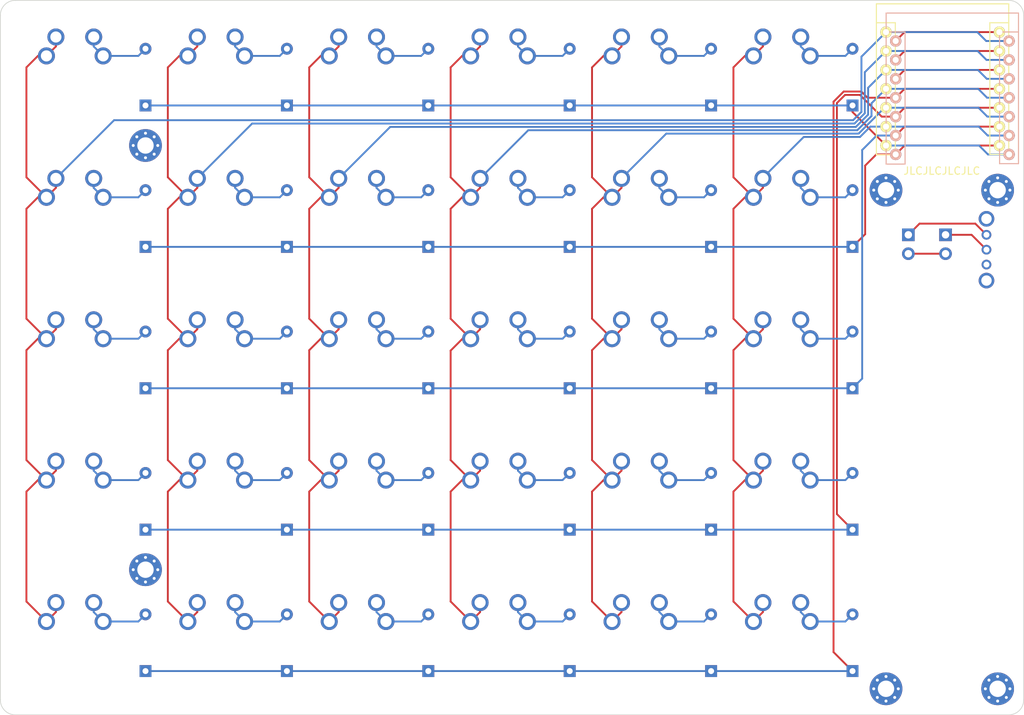
<source format=kicad_pcb>
(kicad_pcb (version 20221018) (generator pcbnew)
  (layers (0 "F.Cu" signal) (31 "B.Cu" signal) (34 "B.Paste" user) (35 "F.Paste" user) (36 "B.SilkS" user "B.Silkscreen") (37 "F.SilkS" user "F.Silkscreen") (38 "B.Mask" user) (39 "F.Mask" user) (44 "Edge.Cuts" user))
  (net 0 "")
  (net 1 "unconnected-(U1-5V-Pad14)")
  (net 2 "Net-(D1-A)")
  (net 3 "COL1")
  (net 4 "COL2")
  (net 5 "COL3")
  (net 6 "COL4")
  (net 7 "COL5")
  (net 8 "COL6")
  (net 9 "ROW1")
  (net 10 "Net-(D2-A)")
  (net 11 "Net-(D3-A)")
  (net 12 "Net-(D4-A)")
  (net 13 "Net-(D5-A)")
  (net 14 "Net-(D6-A)")
  (net 15 "ROW2")
  (net 16 "Net-(D7-A)")
  (net 17 "Net-(D8-A)")
  (net 18 "Net-(D9-A)")
  (net 19 "Net-(D10-A)")
  (net 20 "Net-(D11-A)")
  (net 21 "Net-(D12-A)")
  (net 22 "ROW3")
  (net 23 "Net-(D13-A)")
  (net 24 "Net-(D14-A)")
  (net 25 "Net-(D15-A)")
  (net 26 "Net-(D16-A)")
  (net 27 "Net-(D17-A)")
  (net 28 "Net-(D18-A)")
  (net 29 "ROW4")
  (net 30 "Net-(D19-A)")
  (net 31 "Net-(D20-A)")
  (net 32 "Net-(D21-A)")
  (net 33 "Net-(D22-A)")
  (net 34 "Net-(D23-A)")
  (net 35 "Net-(D24-A)")
  (net 36 "ROW5")
  (net 37 "Net-(D25-A)")
  (net 38 "Net-(D26-A)")
  (net 39 "Net-(D27-A)")
  (net 40 "Net-(D28-A)")
  (net 41 "Net-(D29-A)")
  (net 42 "Net-(D30-A)")
  (net 43 "CHGR+")
  (net 44 "BATT-")
  (net 45 "BATT+")
  (net 46 "VCC")
  (net 47 "GND")
  (footprint "xiao_256:Mount_M2" (layer "F.Cu") (at 154 45.5)
    (fp_text reference "H5" hide)
    (fp_text value "Hole_Pad" hide)
  )
  (footprint "xiao_256:SW_MX_reversible" (layer "F.Cu") (at 30 87)
    (fp_text reference "SW19")
    (fp_text value "CherryMX")
  )
  (footprint "xiao_256:SW_MX_reversible" (layer "F.Cu") (at 125 87)
    (fp_text reference "SW24")
    (fp_text value "CherryMX")
  )
  (footprint "xiao_256:D_DO-35_SOD27_P7.62mm_Horizontal" (layer "F.Cu") (at 115.5 34.12 90)
    (fp_text reference "D5")
    (fp_text value "D")
  )
  (footprint "xiao_256:SK12D07VG4" (layer "F.Cu") (at 152.5 53.5 90)
    (fp_text reference "U2" hide)
    (fp_text value "SK12D07VG4" hide)
  )
  (footprint "xiao_256:SW_MX_reversible" (layer "F.Cu") (at 49 87)
    (fp_text reference "SW20")
    (fp_text value "CherryMX")
  )
  (footprint "xiao_256:D_DO-35_SOD27_P7.62mm_Horizontal" (layer "F.Cu") (at 39.5 34.12 90)
    (fp_text reference "D1")
    (fp_text value "D")
  )
  (footprint "xiao_256:D_DO-35_SOD27_P7.62mm_Horizontal" (layer "F.Cu") (at 96.5 53.12 90)
    (fp_text reference "D10")
    (fp_text value "D")
  )
  (footprint "xiao_256:Mount_M2" (layer "F.Cu") (at 139 112.5)
    (fp_text reference "H4" hide)
    (fp_text value "Hole_Pad" hide)
  )
  (footprint "xiao_256:D_DO-35_SOD27_P7.62mm_Horizontal" (layer "F.Cu") (at 134.5 34.12 90)
    (fp_text reference "D6")
    (fp_text value "D")
  )
  (footprint "xiao_256:D_DO-35_SOD27_P7.62mm_Horizontal" (layer "F.Cu") (at 58.5 53.12 90)
    (fp_text reference "D8")
    (fp_text value "D")
  )
  (footprint "xiao_256:D_DO-35_SOD27_P7.62mm_Horizontal" (layer "F.Cu") (at 39.5 110.12 90)
    (fp_text reference "D25")
    (fp_text value "D")
  )
  (footprint "xiao_256:D_DO-35_SOD27_P7.62mm_Horizontal" (layer "F.Cu") (at 39.5 91.12 90)
    (fp_text reference "D19")
    (fp_text value "D")
  )
  (footprint "xiao_256:SW_MX_reversible" (layer "F.Cu") (at 106 30)
    (fp_text reference "SW5")
    (fp_text value "CherryMX")
  )
  (footprint "xiao_256:D_DO-35_SOD27_P7.62mm_Horizontal" (layer "F.Cu") (at 115.5 110.12 90)
    (fp_text reference "D29")
    (fp_text value "D")
  )
  (footprint "xiao_256:D_DO-35_SOD27_P7.62mm_Horizontal" (layer "F.Cu") (at 134.5 53.12 90)
    (fp_text reference "D12")
    (fp_text value "D")
  )
  (footprint "xiao_256:SW_MX_reversible" (layer "F.Cu") (at 106 106)
    (fp_text reference "SW29")
    (fp_text value "CherryMX")
  )
  (footprint "xiao_256:D_DO-35_SOD27_P7.62mm_Horizontal" (layer "F.Cu") (at 96.5 34.12 90)
    (fp_text reference "D4")
    (fp_text value "D")
  )
  (footprint "xiao_256:Mount_M2" (layer "F.Cu") (at 139 45.5)
    (fp_text reference "H3" hide)
    (fp_text value "Hole_Pad" hide)
  )
  (footprint "xiao_256:D_DO-35_SOD27_P7.62mm_Horizontal" (layer "F.Cu") (at 77.5 53.12 90)
    (fp_text reference "D9")
    (fp_text value "D")
  )
  (footprint "xiao_256:D_DO-35_SOD27_P7.62mm_Horizontal" (layer "F.Cu") (at 39.5 53.12 90)
    (fp_text reference "D7")
    (fp_text value "D")
  )
  (footprint "xiao_256:D_DO-35_SOD27_P7.62mm_Horizontal" (layer "F.Cu") (at 77.5 72.12 90)
    (fp_text reference "D15")
    (fp_text value "D")
  )
  (footprint "xiao_256:SW_MX_reversible" (layer "F.Cu") (at 49 49)
    (fp_text reference "SW8")
    (fp_text value "CherryMX")
  )
  (footprint "xiao_256:D_DO-35_SOD27_P7.62mm_Horizontal" (layer "F.Cu") (at 96.5 72.12 90)
    (fp_text reference "D16")
    (fp_text value "D")
  )
  (footprint "xiao_256:SW_MX_reversible" (layer "F.Cu") (at 68 30)
    (fp_text reference "SW3")
    (fp_text value "CherryMX")
  )
  (footprint "xiao_256:SW_MX_reversible" (layer "F.Cu") (at 49 68)
    (fp_text reference "SW14")
    (fp_text value "CherryMX")
  )
  (footprint "xiao_256:D_DO-35_SOD27_P7.62mm_Horizontal" (layer "F.Cu") (at 77.5 91.12 90)
    (fp_text reference "D21")
    (fp_text value "D")
  )
  (footprint "xiao_256:D_DO-35_SOD27_P7.62mm_Horizontal" (layer "F.Cu") (at 39.5 72.12 90)
    (fp_text reference "D13")
    (fp_text value "D")
  )
  (footprint "xiao_256:D_DO-35_SOD27_P7.62mm_Horizontal" (layer "F.Cu") (at 58.5 34.12 90)
    (fp_text reference "D2")
    (fp_text value "D")
  )
  (footprint "xiao_256:D_DO-35_SOD27_P7.62mm_Horizontal" (layer "F.Cu") (at 115.5 91.12 90)
    (fp_text reference "D23")
    (fp_text value "D")
  )
  (footprint "xiao_256:D_DO-35_SOD27_P7.62mm_Horizontal" (layer "F.Cu") (at 96.5 91.12 90)
    (fp_text reference "D22")
    (fp_text value "D")
  )
  (footprint "xiao_256:D_DO-35_SOD27_P7.62mm_Horizontal" (layer "F.Cu") (at 115.5 72.12 90)
    (fp_text reference "D17")
    (fp_text value "D")
  )
  (footprint "xiao_256:SW_MX_reversible" (layer "F.Cu") (at 125 49)
    (fp_text reference "SW12")
    (fp_text value "CherryMX")
  )
  (footprint "xiao_256:SW_MX_reversible" (layer "F.Cu") (at 106 49)
    (fp_text reference "SW11")
    (fp_text value "CherryMX")
  )
  (footprint "xiao_256:D_DO-35_SOD27_P7.62mm_Horizontal" (layer "F.Cu") (at 58.5 72.12 90)
    (fp_text reference "D14")
    (fp_text value "D")
  )
  (footprint "xiao_256:SW_MX_reversible" (layer "F.Cu") (at 68 106)
    (fp_text reference "SW27")
    (fp_text value "CherryMX")
  )
  (footprint "xiao_256:SW_MX_reversible" (layer "F.Cu") (at 125 68)
    (fp_text reference "SW18")
    (fp_text value "CherryMX")
  )
  (footprint "xiao_256:SW_MX_reversible" (layer "F.Cu") (at 49 30)
    (fp_text reference "SW2")
    (fp_text value "CherryMX")
  )
  (footprint "xiao_256:Seeed Xiao flip" (layer "F.Cu") (at 137.73 20.454255)
    (fp_text reference "U1" hide)
    (fp_text value "Seeed XIAO" hide)
  )
  (footprint "xiao_256:SW_MX_reversible" (layer "F.Cu") (at 68 87)
    (fp_text reference "SW21")
    (fp_text value "CherryMX")
  )
  (footprint "xiao_256:SW_MX_reversible" (layer "F.Cu") (at 87 30)
    (fp_text reference "SW4")
    (fp_text value "CherryMX")
  )
  (footprint "xiao_256:D_DO-35_SOD27_P7.62mm_Horizontal" (layer "F.Cu") (at 134.5 72.12 90)
    (fp_text reference "D18")
    (fp_text value "D")
  )
  (footprint "xiao_256:PinHeader_1x02_P2.54mm_Vertical" (layer "F.Cu") (at 147 51.5)
    (fp_text reference "J2" hide)
    (fp_text value "Conn_01x02_Pin")
  )
  (footprint "xiao_256:SW_MX_reversible" (layer "F.Cu") (at 30 68)
    (fp_text reference "SW13")
    (fp_text value "CherryMX")
  )
  (footprint "xiao_256:SW_MX_reversible" (layer "F.Cu") (at 87 87)
    (fp_text reference "SW22")
    (fp_text value "CherryMX")
  )
  (footprint "xiao_256:D_DO-35_SOD27_P7.62mm_Horizontal" (layer "F.Cu") (at 134.5 110.12 90)
    (fp_text reference "D30")
    (fp_text value "D")
  )
  (footprint "xiao_256:SW_MX_reversible" (layer "F.Cu") (at 49 106)
    (fp_text reference "SW26")
    (fp_text value "CherryMX")
  )
  (footprint "xiao_256:SW_MX_reversible" (layer "F.Cu") (at 30 30)
    (fp_text reference "SW1")
    (fp_text value "CherryMX")
  )
  (footprint "xiao_256:SW_MX_reversible" (layer "F.Cu") (at 68 68)
    (fp_text reference "SW15")
    (fp_text value "CherryMX")
  )
  (footprint "xiao_256:D_DO-35_SOD27_P7.62mm_Horizontal" (layer "F.Cu") (at 58.5 110.12 90)
    (fp_text reference "D26")
    (fp_text value "D")
  )
  (footprint "xiao_256:SW_MX_reversible" (layer "F.Cu") (at 30 49)
    (fp_text reference "SW7")
    (fp_text value "CherryMX")
  )
  (footprint "xiao_256:D_DO-35_SOD27_P7.62mm_Horizontal" (layer "F.Cu") (at 96.5 110.12 90)
    (fp_text reference "D28")
    (fp_text value "D")
  )
  (footprint "xiao_256:SW_MX_reversible" (layer "F.Cu") (at 87 106)
    (fp_text reference "SW28")
    (fp_text value "CherryMX")
  )
  (footprint "xiao_256:D_DO-35_SOD27_P7.62mm_Horizontal" (layer "F.Cu") (at 58.5 91.12 90)
    (fp_text reference "D20")
    (fp_text value "D")
  )
  (footprint "xiao_256:SW_MX_reversible" (layer "F.Cu") (at 68 49)
    (fp_text reference "SW9")
    (fp_text value "CherryMX")
  )
  (footprint "xiao_256:PinHeader_1x02_P2.54mm_Vertical" (layer "F.Cu") (at 142 51.5)
    (fp_text reference "J1" hide)
    (fp_text value "Conn_01x02_Pin")
  )
  (footprint "xiao_256:SW_MX_reversible" (layer "F.Cu") (at 125 106)
    (fp_text reference "SW30")
    (fp_text value "CherryMX")
  )
  (footprint "xiao_256:SW_MX_reversible" (layer "F.Cu") (at 106 87)
    (fp_text reference "SW23")
    (fp_text value "CherryMX")
  )
  (footprint "xiao_256:SW_MX_reversible" (layer "F.Cu") (at 125 30)
    (fp_text reference "SW6")
    (fp_text value "CherryMX")
  )
  (footprint "xiao_256:SW_MX_reversible" (layer "F.Cu") (at 106 68)
    (fp_text reference "SW17")
    (fp_text value "CherryMX")
  )
  (footprint "xiao_256:D_DO-35_SOD27_P7.62mm_Horizontal" (layer "F.Cu") (at 77.5 110.12 90)
    (fp_text reference "D27")
    (fp_text value "D")
  )
  (footprint "xiao_256:Mount_M2" (layer "F.Cu") (at 39.5 39.5)
    (fp_text reference "H1" hide)
    (fp_text value "Hole_Pad" hide)
  )
  (footprint "xiao_256:Mount_M2" (layer "F.Cu") (at 39.5 96.5)
    (fp_text reference "H2" hide)
    (fp_text value "Hole_Pad" hide)
  )
  (footprint "xiao_256:SW_MX_reversible" (layer "F.Cu") (at 30 106)
    (fp_text reference "SW25")
    (fp_text value "CherryMX")
  )
  (footprint "xiao_256:D_DO-35_SOD27_P7.62mm_Horizontal" (layer "F.Cu") (at 115.5 53.12 90)
    (fp_text reference "D11")
    (fp_text value "D")
  )
  (footprint "xiao_256:SW_MX_reversible" (layer "F.Cu") (at 87 49)
    (fp_text reference "SW10")
    (fp_text value "CherryMX")
  )
  (footprint "xiao_256:Mount_M2" (layer "F.Cu") (at 154 112.5)
    (fp_text reference "H6" hide)
    (fp_text value "Hole_Pad" hide)
  )
  (footprint "xiao_256:D_DO-35_SOD27_P7.62mm_Horizontal" (layer "F.Cu") (at 77.5 34.12 90)
    (fp_text reference "D3")
    (fp_text value "D")
  )
  (footprint "xiao_256:D_DO-35_SOD27_P7.62mm_Horizontal" (layer "F.Cu") (at 134.5 91.12 90)
    (fp_text reference "D24")
    (fp_text value "D")
  )
  (footprint "xiao_256:SW_MX_reversible" (layer "F.Cu") (at 87 68)
    (fp_text reference "SW16")
    (fp_text value "CherryMX")
  )
  (gr_arc (start 157.5 114) (mid 156.914214 115.414214) (end 155.5 116) (stroke (width 0.1)) (layer "Edge.Cuts"))
  (gr_line (start 155.5 116) (end 22 116) (stroke (width 0.1)) (layer "Edge.Cuts"))
  (gr_line (start 157.5 22) (end 157.5 114) (stroke (width 0.1)) (layer "Edge.Cuts"))
  (gr_line (start 20 114) (end 20 22) (stroke (width 0.1)) (layer "Edge.Cuts"))
  (gr_arc (start 155.5 20) (mid 156.914214 20.585786) (end 157.5 22) (stroke (width 0.1)) (layer "Edge.Cuts"))
  (gr_arc (start 22 116) (mid 20.585786 115.414214) (end 20 114) (stroke (width 0.1)) (layer "Edge.Cuts"))
  (gr_arc (start 20 22) (mid 20.585786 20.585786) (end 22 20) (stroke (width 0.1)) (layer "Edge.Cuts"))
  (gr_line (start 22 20) (end 155.5 20) (stroke (width 0.1)) (layer "Edge.Cuts"))
  (gr_text "JLCJLCJLCJLC" (at 146.5 43.5) (layer "F.SilkS") (effects (font (size 1 1)) (justify bottom)))
  (segment (start 154.24 24.264255) (end 141.49456 24.264255) (width 0.25) (layer "F.Cu") (net 1))
  (segment (start 141.49456 24.264255) (end 140.298815 25.46) (width 0.25) (layer "F.Cu") (net 1))
  (segment (start 32.54 26.19) (end 32.54 24.92) (width 0.25) (layer "B.Cu") (net 2))
  (segment (start 33.81 27.46) (end 32.54 26.19) (width 0.25) (layer "B.Cu") (net 2))
  (segment (start 38.54 27.46) (end 39.5 26.5) (width 0.25) (layer "B.Cu") (net 2))
  (segment (start 33.81 27.46) (end 38.54 27.46) (width 0.25) (layer "B.Cu") (net 2))
  (segment (start 23.5 43.77) (end 26.19 46.46) (width 0.25) (layer "F.Cu") (net 3))
  (segment (start 26.19 84.46) (end 27.46 83.19) (width 0.25) (layer "F.Cu") (net 3))
  (segment (start 23.5 100.77) (end 26.19 103.46) (width 0.25) (layer "F.Cu") (net 3))
  (segment (start 26.19 27.46) (end 25.047 27.46) (width 0.25) (layer "F.Cu") (net 3))
  (segment (start 26.19 103.46) (end 27.46 102.19) (width 0.25) (layer "F.Cu") (net 3))
  (segment (start 27.46 64.19) (end 27.46 62.92) (width 0.25) (layer "F.Cu") (net 3))
  (segment (start 27.46 26.19) (end 27.46 24.92) (width 0.25) (layer "F.Cu") (net 3))
  (segment (start 26.19 65.46) (end 27.46 64.19) (width 0.25) (layer "F.Cu") (net 3))
  (segment (start 23.5 81.77) (end 26.19 84.46) (width 0.25) (layer "F.Cu") (net 3))
  (segment (start 26.19 84.46) (end 25.047 84.46) (width 0.25) (layer "F.Cu") (net 3))
  (segment (start 25.047 27.46) (end 23.5 29.007) (width 0.25) (layer "F.Cu") (net 3))
  (segment (start 23.5 86.007) (end 23.5 100.77) (width 0.25) (layer "F.Cu") (net 3))
  (segment (start 25.047 46.46) (end 23.5 48.007) (width 0.25) (layer "F.Cu") (net 3))
  (segment (start 23.5 29.007) (end 23.5 43.77) (width 0.25) (layer "F.Cu") (net 3))
  (segment (start 26.19 27.46) (end 27.46 26.19) (width 0.25) (layer "F.Cu") (net 3))
  (segment (start 25.047 65.46) (end 23.5 67.007) (width 0.25) (layer "F.Cu") (net 3))
  (segment (start 23.5 62.77) (end 26.19 65.46) (width 0.25) (layer "F.Cu") (net 3))
  (segment (start 25.047 84.46) (end 23.5 86.007) (width 0.25) (layer "F.Cu") (net 3))
  (segment (start 23.5 67.007) (end 23.5 81.77) (width 0.25) (layer "F.Cu") (net 3))
  (segment (start 26.19 46.46) (end 27.46 45.19) (width 0.25) (layer "F.Cu") (net 3))
  (segment (start 26.19 65.46) (end 25.047 65.46) (width 0.25) (layer "F.Cu") (net 3))
  (segment (start 27.46 45.19) (end 27.46 43.92) (width 0.25) (layer "F.Cu") (net 3))
  (segment (start 26.19 46.46) (end 25.047 46.46) (width 0.25) (layer "F.Cu") (net 3))
  (segment (start 23.5 48.007) (end 23.5 62.77) (width 0.25) (layer "F.Cu") (net 3))
  (segment (start 27.46 83.19) (end 27.46 81.92) (width 0.25) (layer "F.Cu") (net 3))
  (segment (start 27.46 102.19) (end 27.46 100.92) (width 0.25) (layer "F.Cu") (net 3))
  (segment (start 139 24.264255) (end 151.264255 24.264255) (width 0.25) (layer "B.Cu") (net 3))
  (segment (start 27.46 43.92) (end 35.28 36.1) (width 0.25) (layer "B.Cu") (net 3))
  (segment (start 134.57962 36.1) (end 135.7 34.97962) (width 0.25) (layer "B.Cu") (net 3))
  (segment (start 152.46 25.46) (end 155.538815 25.46) (width 0.25) (layer "B.Cu") (net 3))
  (segment (start 35.28 36.1) (end 134.57962 36.1) (width 0.25) (layer "B.Cu") (net 3))
  (segment (start 151.264255 24.264255) (end 152.46 25.46) (width 0.25) (layer "B.Cu") (net 3))
  (segment (start 135.7 34.97962) (end 135.7 27.564255) (width 0.25) (layer "B.Cu") (net 3))
  (segment (start 135.7 27.564255) (end 139 24.264255) (width 0.25) (layer "B.Cu") (net 3))
  (segment (start 44.047 84.46) (end 42.5 86.007) (width 0.25) (layer "F.Cu") (net 4))
  (segment (start 42.5 67.007) (end 42.5 81.77) (width 0.25) (layer "F.Cu") (net 4))
  (segment (start 42.5 100.77) (end 45.19 103.46) (width 0.25) (layer "F.Cu") (net 4))
  (segment (start 44.047 46.46) (end 42.5 48.007) (width 0.25) (layer "F.Cu") (net 4))
  (segment (start 44.047 65.46) (end 42.5 67.007) (width 0.25) (layer "F.Cu") (net 4))
  (segment (start 46.46 102.19) (end 46.46 100.92) (width 0.25) (layer "F.Cu") (net 4))
  (segment (start 45.19 84.46) (end 46.46 83.19) (width 0.25) (layer "F.Cu") (net 4))
  (segment (start 46.46 45.19) (end 46.46 43.92) (width 0.25) (layer "F.Cu") (net 4))
  (segment (start 45.19 103.46) (end 46.46 102.19) (width 0.25) (layer "F.Cu") (net 4))
  (segment (start 42.5 43.77) (end 45.19 46.46) (width 0.25) (layer "F.Cu") (net 4))
  (segment (start 46.46 64.19) (end 46.46 62.92) (width 0.25) (layer "F.Cu") (net 4))
  (segment (start 45.19 65.46) (end 46.46 64.19) (width 0.25) (layer "F.Cu") (net 4))
  (segment (start 42.5 62.77) (end 45.19 65.46) (width 0.25) (layer "F.Cu") (net 4))
  (segment (start 42.5 29.007) (end 42.5 43.77) (width 0.25) (layer "F.Cu") (net 4))
  (segment (start 44.047 27.46) (end 42.5 29.007) (width 0.25) (layer "F.Cu") (net 4))
  (segment (start 46.46 83.19) (end 46.46 81.92) (width 0.25) (layer "F.Cu") (net 4))
  (segment (start 45.19 84.46) (end 44.047 84.46) (width 0.25) (layer "F.Cu") (net 4))
  (segment (start 45.19 46.46) (end 46.46 45.19) (width 0.25) (layer "F.Cu") (net 4))
  (segment (start 45.19 46.46) (end 44.047 46.46) (width 0.25) (layer "F.Cu") (net 4))
  (segment (start 45.19 27.46) (end 46.46 26.19) (width 0.25) (layer "F.Cu") (net 4))
  (segment (start 45.19 27.46) (end 44.047 27.46) (width 0.25) (layer "F.Cu") (net 4))
  (segment (start 46.46 26.19) (end 46.46 24.92) (width 0.25) (layer "F.Cu") (net 4))
  (segment (start 45.19 65.46) (end 44.047 65.46) (width 0.25) (layer "F.Cu") (net 4))
  (segment (start 42.5 86.007) (end 42.5 100.77) (width 0.25) (layer "F.Cu") (net 4))
  (segment (start 42.5 48.007) (end 42.5 62.77) (width 0.25) (layer "F.Cu") (net 4))
  (segment (start 42.5 81.77) (end 45.19 84.46) (width 0.25) (layer "F.Cu") (net 4))
  (segment (start 53.83 36.55) (end 134.766016 36.55) (width 0.25) (layer "B.Cu") (net 4))
  (segment (start 136.15 29.654255) (end 139 26.804255) (width 0.25) (layer "B.Cu") (net 4))
  (segment (start 46.46 43.92) (end 53.83 36.55) (width 0.25) (layer "B.Cu") (net 4))
  (segment (start 151.304255 26.804255) (end 152.5 28) (width 0.25) (layer "B.Cu") (net 4))
  (segment (start 134.766016 36.55) (end 136.15 35.166016) (width 0.25) (layer "B.Cu") (net 4))
  (segment (start 139 26.804255) (end 151.304255 26.804255) (width 0.25) (layer "B.Cu") (net 4))
  (segment (start 152.5 28) (end 155.538815 28) (width 0.25) (layer "B.Cu") (net 4))
  (segment (start 136.15 35.166016) (end 136.15 29.654255) (width 0.25) (layer "B.Cu") (net 4))
  (segment (start 65.46 64.19) (end 65.46 62.92) (width 0.25) (layer "F.Cu") (net 5))
  (segment (start 61.5 86.007) (end 61.5 100.77) (width 0.25) (layer "F.Cu") (net 5))
  (segment (start 63.047 27.46) (end 61.5 29.007) (width 0.25) (layer "F.Cu") (net 5))
  (segment (start 63.047 46.46) (end 61.5 48.007) (width 0.25) (layer "F.Cu") (net 5))
  (segment (start 64.19 46.46) (end 63.047 46.46) (width 0.25) (layer "F.Cu") (net 5))
  (segment (start 61.5 100.77) (end 64.19 103.46) (width 0.25) (layer "F.Cu") (net 5))
  (segment (start 64.19 103.46) (end 65.46 102.19) (width 0.25) (layer "F.Cu") (net 5))
  (segment (start 139 29.1) (end 139 29.344255) (width 0.25) (layer "F.Cu") (net 5))
  (segment (start 61.5 67.007) (end 61.5 81.77) (width 0.25) (layer "F.Cu") (net 5))
  (segment (start 61.5 29.007) (end 61.5 43.77) (width 0.25) (layer "F.Cu") (net 5))
  (segment (start 65.46 45.19) (end 65.46 43.92) (width 0.25) (layer "F.Cu") (net 5))
  (segment (start 64.19 84.46) (end 63.047 84.46) (width 0.25) (layer "F.Cu") (net 5))
  (segment (start 64.19 65.46) (end 63.047 65.46) (width 0.25) (layer "F.Cu") (net 5))
  (segment (start 63.047 84.46) (end 61.5 86.007) (width 0.25) (layer "F.Cu") (net 5))
  (segment (start 64.19 27.46) (end 63.047 27.46) (width 0.25) (layer "F.Cu") (net 5))
  (segment (start 61.5 48.007) (end 61.5 62.77) (width 0.25) (layer "F.Cu") (net 5))
  (segment (start 64.19 65.46) (end 65.46 64.19) (width 0.25) (layer "F.Cu") (net 5))
  (segment (start 63.047 65.46) (end 61.5 67.007) (width 0.25) (layer "F.Cu") (net 5))
  (segment (start 61.5 43.77) (end 64.19 46.46) (width 0.25) (layer "F.Cu") (net 5))
  (segment (start 65.46 102.19) (end 65.46 100.92) (width 0.25) (layer "F.Cu") (net 5))
  (segment (start 61.5 62.77) (end 64.19 65.46) (width 0.25) (layer "F.Cu") (net 5))
  (segment (start 65.46 83.19) (end 65.46 81.92) (width 0.25) (layer "F.Cu") (net 5))
  (segment (start 64.19 46.46) (end 65.46 45.19) (width 0.25) (layer "F.Cu") (net 5))
  (segment (start 61.5 81.77) (end 64.19 84.46) (width 0.25) (layer "F.Cu") (net 5))
  (segment (start 64.19 27.46) (end 65.46 26.19) (width 0.25) (layer "F.Cu") (net 5))
  (segment (start 64.19 84.46) (end 65.46 83.19) (width 0.25) (layer "F.Cu") (net 5))
  (segment (start 65.46 26.19) (end 65.46 24.92) (width 0.25) (layer "F.Cu") (net 5))
  (segment (start 72.38 37) (end 134.952412 37) (width 0.25) (layer "B.Cu") (net 5))
  (segment (start 134.952412 37) (end 136.6 35.352412) (width 0.25) (layer "B.Cu") (net 5))
  (segment (start 151.344255 29.344255) (end 152.54 30.54) (width 0.25) (layer "B.Cu") (net 5))
  (segment (start 65.46 43.92) (end 72.38 37) (width 0.25) (layer "B.Cu") (net 5))
  (segment (start 139 29.344255) (end 151.344255 29.344255) (width 0.25) (layer "B.Cu") (net 5))
  (segment (start 136.6 31.744255) (end 139 29.344255) (width 0.25) (layer "B.Cu") (net 5))
  (segment (start 152.54 30.54) (end 155.538815 30.54) (width 0.25) (layer "B.Cu") (net 5))
  (segment (start 136.6 35.352412) (end 136.6 31.744255) (width 0.25) (layer "B.Cu") (net 5))
  (segment (start 83.19 27.46) (end 82.047 27.46) (width 0.25) (layer "F.Cu") (net 6))
  (segment (start 83.19 103.46) (end 84.46 102.19) (width 0.25) (layer "F.Cu") (net 6))
  (segment (start 84.46 45.19) (end 84.46 43.92) (width 0.25) (layer "F.Cu") (net 6))
  (segment (start 83.19 65.46) (end 84.46 64.19) (width 0.25) (layer "F.Cu") (net 6))
  (segment (start 82.047 27.46) (end 80.5 29.007) (width 0.25) (layer "F.Cu") (net 6))
  (segment (start 83.19 84.46) (end 82.047 84.46) (width 0.25) (layer "F.Cu") (net 6))
  (segment (start 84.46 64.19) (end 84.46 62.92) (width 0.25) (layer "F.Cu") (net 6))
  (segment (start 80.5 43.77) (end 83.19 46.46) (width 0.25) (layer "F.Cu") (net 6))
  (segment (start 84.46 83.19) (end 84.46 81.92) (width 0.25) (layer "F.Cu") (net 6))
  (segment (start 82.047 84.46) (end 80.5 86.007) (width 0.25) (layer "F.Cu") (net 6))
  (segment (start 82.10038 65.46) (end 80.5 67.06038) (width 0.25) (layer "F.Cu") (net 6))
  (segment (start 80.5 67.06038) (end 80.5 81.77) (width 0.25) (layer "F.Cu") (net 6))
  (segment (start 83.19 65.46) (end 82.10038 65.46) (width 0.25) (layer "F.Cu") (net 6))
  (segment (start 83.19 46.46) (end 82.047 46.46) (width 0.25) (layer "F.Cu") (net 6))
  (segment (start 80.5 100.77) (end 83.19 103.46) (width 0.25) (layer "F.Cu") (net 6))
  (segment (start 82.047 46.46) (end 80.5 48.007) (width 0.25) (layer "F.Cu") (net 6))
  (segment (start 84.46 102.19) (end 84.46 100.92) (width 0.25) (layer "F.Cu") (net 6))
  (segment (start 83.19 46.46) (end 84.46 45.19) (width 0.25) (layer "F.Cu") (net 6))
  (segment (start 83.19 84.46) (end 84.46 83.19) (width 0.25) (layer "F.Cu") (net 6))
  (segment (start 80.5 86.007) (end 80.5 100.77) (width 0.25) (layer "F.Cu") (net 6))
  (segment (start 83.19 27.46) (end 84.46 26.19) (width 0.25) (layer "F.Cu") (net 6))
  (segment (start 80.5 48.007) (end 80.5 62.77) (width 0.25) (layer "F.Cu") (net 6))
  (segment (start 80.5 81.77) (end 83.19 84.46) (width 0.25) (layer "F.Cu") (net 6))
  (segment (start 84.46 26.19) (end 84.46 24.92) (width 0.25) (layer "F.Cu") (net 6))
  (segment (start 80.5 29.007) (end 80.5 43.77) (width 0.25) (layer "F.Cu") (net 6))
  (segment (start 80.5 62.77) (end 83.19 65.46) (width 0.25) (layer "F.Cu") (net 6))
  (segment (start 151.384255 31.884255) (end 152.58 33.08) (width 0.25) (layer "B.Cu") (net 6))
  (segment (start 137.05 33.834255) (end 139 31.884255) (width 0.25) (layer "B.Cu") (net 6))
  (segment (start 90.93 37.45) (end 135.138808 37.45) (width 0.25) (layer "B.Cu") (net 6))
  (segment (start 84.46 43.92) (end 90.93 37.45) (width 0.25) (layer "B.Cu") (net 6))
  (segment (start 139 31.884255) (end 151.384255 31.884255) (width 0.25) (layer "B.Cu") (net 6))
  (segment (start 135.138808 37.45) (end 137.05 35.538808) (width 0.25) (layer "B.Cu") (net 6))
  (segment (start 137.05 35.538808) (end 137.05 33.834255) (width 0.25) (layer "B.Cu") (net 6))
  (segment (start 152.58 33.08) (end 155.538815 33.08) (width 0.25) (layer "B.Cu") (net 6))
  (segment (start 99.5 100.77) (end 102.19 103.46) (width 0.25) (layer "F.Cu") (net 7))
  (segment (start 99.5 67.007) (end 99.5 81.77) (width 0.25) (layer "F.Cu") (net 7))
  (segment (start 101.047 84.46) (end 99.5 86.007) (width 0.25) (layer "F.Cu") (net 7))
  (segment (start 103.46 102.19) (end 103.46 100.92) (width 0.25) (layer "F.Cu") (net 7))
  (segment (start 103.46 83.19) (end 103.46 81.92) (width 0.25) (layer "F.Cu") (net 7))
  (segment (start 103.46 45.19) (end 103.46 43.92) (width 0.25) (layer "F.Cu") (net 7))
  (segment (start 102.19 46.46) (end 103.46 45.19) (width 0.25) (layer "F.Cu") (net 7))
  (segment (start 103.46 64.19) (end 103.46 62.92) (width 0.25) (layer "F.Cu") (net 7))
  (segment (start 101.047 46.46) (end 99.5 48.007) (width 0.25) (layer "F.Cu") (net 7))
  (segment (start 102.19 27.46) (end 103.46 26.19) (width 0.25) (layer "F.Cu") (net 7))
  (segment (start 99.5 86.007) (end 99.5 100.77) (width 0.25) (layer "F.Cu") (net 7))
  (segment (start 102.19 84.46) (end 103.46 83.19) (width 0.25) (layer "F.Cu") (net 7))
  (segment (start 102.19 65.46) (end 101.047 65.46) (width 0.25) (layer "F.Cu") (net 7))
  (segment (start 99.5 43.77) (end 102.19 46.46) (width 0.25) (layer "F.Cu") (net 7))
  (segment (start 102.19 84.46) (end 101.047 84.46) (width 0.25) (layer "F.Cu") (net 7))
  (segment (start 102.19 27.46) (end 101.047 27.46) (width 0.25) (layer "F.Cu") (net 7))
  (segment (start 103.46 26.19) (end 103.46 24.92) (width 0.25) (layer "F.Cu") (net 7))
  (segment (start 99.5 48.007) (end 99.5 62.77) (width 0.25) (layer "F.Cu") (net 7))
  (segment (start 101.047 65.46) (end 99.5 67.007) (width 0.25) (layer "F.Cu") (net 7))
  (segment (start 138.375745 34.424255) (end 139 34.424255) (width 0.25) (layer "F.Cu") (net 7))
  (segment (start 102.19 65.46) (end 103.46 64.19) (width 0.25) (layer "F.Cu") (net 7))
  (segment (start 102.19 46.46) (end 101.047 46.46) (width 0.25) (layer "F.Cu") (net 7))
  (segment (start 99.5 62.77) (end 102.19 65.46) (width 0.25) (layer "F.Cu") (net 7))
  (segment (start 99.5 81.77) (end 102.19 84.46) (width 0.25) (layer "F.Cu") (net 7))
  (segment (start 101.047 27.46) (end 99.5 29.007) (width 0.25) (layer "F.Cu") (net 7))
  (segment (start 99.5 29.007) (end 99.5 43.77) (width 0.25) (layer "F.Cu") (net 7))
  (segment (start 102.19 103.46) (end 103.46 102.19) (width 0.25) (layer "F.Cu") (net 7))
  (segment (start 139 34.424255) (end 151.424255 34.424255) (width 0.25) (layer "B.Cu") (net 7))
  (segment (start 103.46 43.92) (end 109.48 37.9) (width 0.25) (layer "B.Cu") (net 7))
  (segment (start 138.800949 34.424255) (end 139 34.424255) (width 0.25) (layer "B.Cu") (net 7))
  (segment (start 135.325204 37.9) (end 138.800949 34.424255) (width 0.25) (layer "B.Cu") (net 7))
  (segment (start 109.48 37.9) (end 135.325204 37.9) (width 0.25) (layer "B.Cu") (net 7))
  (segment (start 151.424255 34.424255) (end 152.62 35.62) (width 0.25) (layer "B.Cu") (net 7))
  (segment (start 152.62 35.62) (end 155.538815 35.62) (width 0.25) (layer "B.Cu") (net 7))
  (segment (start 120.047 46.46) (end 118.5 48.007) (width 0.25) (layer "F.Cu") (net 8))
  (segment (start 121.19 103.46) (end 122.46 102.19) (width 0.25) (layer "F.Cu") (net 8))
  (segment (start 118.5 43.77) (end 121.19 46.46) (width 0.25) (layer "F.Cu") (net 8))
  (segment (start 122.46 83.19) (end 122.46 81.92) (width 0.25) (layer "F.Cu") (net 8))
  (segment (start 118.5 100.77) (end 121.19 103.46) (width 0.25) (layer "F.Cu") (net 8))
  (segment (start 122.46 26.19) (end 122.46 24.92) (width 0.25) (layer "F.Cu") (net 8))
  (segment (start 118.5 48.007) (end 118.5 62.77) (width 0.25) (layer "F.Cu") (net 8))
  (segment (start 138.964255 36.964255) (end 139 36.964255) (width 0.25) (layer "F.Cu") (net 8))
  (segment (start 121.19 84.46) (end 122.46 83.19) (width 0.25) (layer "F.Cu") (net 8))
  (segment (start 122.46 64.19) (end 122.46 62.92) (width 0.25) (layer "F.Cu") (net 8))
  (segment (start 121.19 65.46) (end 122.46 64.19) (width 0.25) (layer "F.Cu") (net 8))
  (segment (start 121.19 27.46) (end 120.047 27.46) (width 0.25) (layer "F.Cu") (net 8))
  (segment (start 120.047 84.46) (end 118.5 86.007) (width 0.25) (layer "F.Cu") (net 8))
  (segment (start 121.19 65.46) (end 120.047 65.46) (width 0.25) (layer "F.Cu") (net 8))
  (segment (start 121.19 46.46) (end 120.047 46.46) (width 0.25) (layer "F.Cu") (net 8))
  (segment (start 121.19 27.46) (end 122.46 26.19) (width 0.25) (layer "F.Cu") (net 8))
  (segment (start 120.047 65.46) (end 118.5 67.007) (width 0.25) (layer "F.Cu") (net 8))
  (segment (start 118.5 67.007) (end 118.5 81.77) (width 0.25) (layer "F.Cu") (net 8))
  (segment (start 121.19 84.46) (end 120.047 84.46) (width 0.25) (layer "F.Cu") (net 8))
  (segment (start 121.19 46.46) (end 122.46 45.19) (width 0.25) (layer "F.Cu") (net 8))
  (segment (start 118.5 86.007) (end 118.5 100.77) (width 0.25) (layer "F.Cu") (net 8))
  (segment (start 122.46 45.19) (end 122.46 43.92) (width 0.25) (layer "F.Cu") (net 8))
  (segment (start 122.46 102.19) (end 122.46 100.92) (width 0.25) (layer "F.Cu") (net 8))
  (segment (start 118.5 62.77) (end 121.19 65.46) (width 0.25) (layer "F.Cu") (net 8))
  (segment (start 118.5 81.77) (end 121.19 84.46) (width 0.25) (layer "F.Cu") (net 8))
  (segment (start 118.5 29.007) (end 118.5 43.77) (width 0.25) (layer "F.Cu") (net 8))
  (segment (start 120.047 27.46) (end 118.5 29.007) (width 0.25) (layer "F.Cu") (net 8))
  (segment (start 122.46 43.84) (end 127.95 38.35) (width 0.25) (layer "B.Cu") (net 8))
  (segment (start 127.95 38.35) (end 135.5116 38.35) (width 0.25) (layer "B.Cu") (net 8))
  (segment (start 122.46 43.92) (end 122.46 43.84) (width 0.25) (layer "B.Cu") (net 8))
  (segment (start 136.897345 36.964255) (end 139 36.964255) (width 0.25) (layer "B.Cu") (net 8))
  (segment (start 135.5116 38.35) (end 136.897345 36.964255) (width 0.25) (layer "B.Cu") (net 8))
  (segment (start 152.66 38.16) (end 155.538815 38.16) (width 0.25) (layer "B.Cu") (net 8))
  (segment (start 139 36.964255) (end 151.464255 36.964255) (width 0.25) (layer "B.Cu") (net 8))
  (segment (start 151.464255 36.964255) (end 152.66 38.16) (width 0.25) (layer "B.Cu") (net 8))
  (segment (start 134.5 35) (end 139 39.5) (width 0.25) (layer "F.Cu") (net 9))
  (segment (start 139 39.5) (end 139 39.504255) (width 0.25) (layer "F.Cu") (net 9))
  (segment (start 134.5 34.12) (end 134.5 35) (width 0.25) (layer "F.Cu") (net 9))
  (segment (start 58.5 34.12) (end 77.5 34.12) (width 0.25) (layer "B.Cu") (net 9))
  (segment (start 152.7 40.7) (end 155.538815 40.7) (width 0.25) (layer "B.Cu") (net 9))
  (segment (start 96.5 34.12) (end 115.5 34.12) (width 0.25) (layer "B.Cu") (net 9))
  (segment (start 139 39.504255) (end 143.180321 39.504255) (width 0.25) (layer "B.Cu") (net 9))
  (segment (start 151.5 39.5) (end 152.7 40.7) (width 0.25) (layer "B.Cu") (net 9))
  (segment (start 143.184576 39.5) (end 151.5 39.5) (width 0.25) (layer "B.Cu") (net 9))
  (segment (start 77.5 34.12) (end 96.5 34.12) (width 0.25) (layer "B.Cu") (net 9))
  (segment (start 39.5 34.12) (end 58.5 34.12) (width 0.25) (layer "B.Cu") (net 9))
  (segment (start 143.180321 39.504255) (end 143.184576 39.5) (width 0.25) (layer "B.Cu") (net 9))
  (segment (start 115.5 34.12) (end 134.5 34.12) (width 0.25) (layer "B.Cu") (net 9))
  (segment (start 51.54 26.19) (end 51.54 24.92) (width 0.25) (layer "B.Cu") (net 10))
  (segment (start 52.81 27.46) (end 51.54 26.19) (width 0.25) (layer "B.Cu") (net 10))
  (segment (start 57.54 27.46) (end 58.5 26.5) (width 0.25) (layer "B.Cu") (net 10))
  (segment (start 52.81 27.46) (end 57.54 27.46) (width 0.25) (layer "B.Cu") (net 10))
  (segment (start 71.81 27.46) (end 76.54 27.46) (width 0.25) (layer "B.Cu") (net 11))
  (segment (start 71.81 27.46) (end 70.54 26.19) (width 0.25) (layer "B.Cu") (net 11))
  (segment (start 76.54 27.46) (end 77.5 26.5) (width 0.25) (layer "B.Cu") (net 11))
  (segment (start 70.54 26.19) (end 70.54 24.92) (width 0.25) (layer "B.Cu") (net 11))
  (segment (start 95.54 27.46) (end 96.5 26.5) (width 0.25) (layer "B.Cu") (net 12))
  (segment (start 89.54 26.19) (end 89.54 24.92) (width 0.25) (layer "B.Cu") (net 12))
  (segment (start 90.81 27.46) (end 89.54 26.19) (width 0.25) (layer "B.Cu") (net 12))
  (segment (start 90.81 27.46) (end 95.54 27.46) (width 0.25) (layer "B.Cu") (net 12))
  (segment (start 108.54 26.19) (end 108.54 24.92) (width 0.25) (layer "B.Cu") (net 13))
  (segment (start 109.81 27.46) (end 108.54 26.19) (width 0.25) (layer "B.Cu") (net 13))
  (segment (start 109.81 27.46) (end 114.54 27.46) (width 0.25) (layer "B.Cu") (net 13))
  (segment (start 114.54 27.46) (end 115.5 26.5) (width 0.25) (layer "B.Cu") (net 13))
  (segment (start 127.54 26.19) (end 127.54 24.92) (width 0.25) (layer "B.Cu") (net 14))
  (segment (start 128.81 27.46) (end 127.54 26.19) (width 0.25) (layer "B.Cu") (net 14))
  (segment (start 133.54 27.46) (end 134.5 26.5) (width 0.25) (layer "B.Cu") (net 14))
  (segment (start 128.81 27.46) (end 133.54 27.46) (width 0.25) (layer "B.Cu") (net 14))
  (segment (start 141.49456 39.504255) (end 140.298815 40.7) (width 0.25) (layer "F.Cu") (net 15))
  (segment (start 136.2 42.2) (end 137.7 40.7) (width 0.25) (layer "F.Cu") (net 15))
  (segment (start 136.2 51.42) (end 136.2 42.2) (width 0.25) (layer "F.Cu") (net 15))
  (segment (start 154.24 39.504255) (end 141.49456 39.504255) (width 0.25) (layer "F.Cu") (net 15))
  (segment (start 134.5 53.12) (end 136.2 51.42) (width 0.25) (layer "F.Cu") (net 15))
  (segment (start 137.7 40.7) (end 140.298815 40.7) (width 0.25) (layer "F.Cu") (net 15))
  (segment (start 77.5 53.12) (end 96.5 53.12) (width 0.25) (layer "B.Cu") (net 15))
  (segment (start 39.5 53.12) (end 58.5 53.12) (width 0.25) (layer "B.Cu") (net 15))
  (segment (start 96.5 53.12) (end 115.5 53.12) (width 0.25) (layer "B.Cu") (net 15))
  (segment (start 58.5 53.12) (end 77.5 53.12) (width 0.25) (layer "B.Cu") (net 15))
  (segment (start 115.5 53.12) (end 134.5 53.12) (width 0.25) (layer "B.Cu") (net 15))
  (segment (start 38.54 46.46) (end 39.5 45.5) (width 0.25) (layer "B.Cu") (net 16))
  (segment (start 33.81 46.46) (end 32.54 45.19) (width 0.25) (layer "B.Cu") (net 16))
  (segment (start 32.54 45.19) (end 32.54 43.92) (width 0.25) (layer "B.Cu") (net 16))
  (segment (start 33.81 46.46) (end 38.54 46.46) (width 0.25) (layer "B.Cu") (net 16))
  (segment (start 52.81 46.46) (end 51.54 45.19) (width 0.25) (layer "B.Cu") (net 17))
  (segment (start 57.54 46.46) (end 58.5 45.5) (width 0.25) (layer "B.Cu") (net 17))
  (segment (start 51.54 45.19) (end 51.54 43.92) (width 0.25) (layer "B.Cu") (net 17))
  (segment (start 52.81 46.46) (end 57.54 46.46) (width 0.25) (layer "B.Cu") (net 17))
  (segment (start 76.54 46.46) (end 77.5 45.5) (width 0.25) (layer "B.Cu") (net 18))
  (segment (start 71.81 46.46) (end 70.54 45.19) (width 0.25) (layer "B.Cu") (net 18))
  (segment (start 71.81 46.46) (end 76.54 46.46) (width 0.25) (layer "B.Cu") (net 18))
  (segment (start 70.54 45.19) (end 70.54 43.92) (width 0.25) (layer "B.Cu") (net 18))
  (segment (start 90.81 46.46) (end 89.54 45.19) (width 0.25) (layer "B.Cu") (net 19))
  (segment (start 90.81 46.46) (end 95.54 46.46) (width 0.25) (layer "B.Cu") (net 19))
  (segment (start 89.54 45.19) (end 89.54 43.92) (width 0.25) (layer "B.Cu") (net 19))
  (segment (start 95.54 46.46) (end 96.5 45.5) (width 0.25) (layer "B.Cu") (net 19))
  (segment (start 109.81 46.46) (end 114.54 46.46) (width 0.25) (layer "B.Cu") (net 20))
  (segment (start 109.81 46.46) (end 108.54 45.19) (width 0.25) (layer "B.Cu") (net 20))
  (segment (start 114.54 46.46) (end 115.5 45.5) (width 0.25) (layer "B.Cu") (net 20))
  (segment (start 108.54 45.19) (end 108.54 43.92) (width 0.25) (layer "B.Cu") (net 20))
  (segment (start 133.54 46.46) (end 134.5 45.5) (width 0.25) (layer "B.Cu") (net 21))
  (segment (start 128.81 46.46) (end 133.54 46.46) (width 0.25) (layer "B.Cu") (net 21))
  (segment (start 128.81 46.46) (end 127.54 45.19) (width 0.25) (layer "B.Cu") (net 21))
  (segment (start 127.54 45.19) (end 127.54 43.92) (width 0.25) (layer "B.Cu") (net 21))
  (segment (start 141.49456 36.964255) (end 140.298815 38.16) (width 0.25) (layer "F.Cu") (net 22))
  (segment (start 154.24 36.964255) (end 141.49456 36.964255) (width 0.25) (layer "F.Cu") (net 22))
  (segment (start 77.5 72.12) (end 96.5 72.12) (width 0.25) (layer "B.Cu") (net 22))
  (segment (start 96.5 72.12) (end 115.5 72.12) (width 0.25) (layer "B.Cu") (net 22))
  (segment (start 115.5 72.12) (end 134.5 72.12) (width 0.25) (layer "B.Cu") (net 22))
  (segment (start 134.5 72.12) (end 135.8 70.82) (width 0.25) (layer "B.Cu") (net 22))
  (segment (start 137.74 38.16) (end 140.298815 38.16) (width 0.25) (layer "B.Cu") (net 22))
  (segment (start 39.5 72.12) (end 58.5 72.12) (width 0.25) (layer "B.Cu") (net 22))
  (segment (start 58.5 72.12) (end 77.5 72.12) (width 0.25) (layer "B.Cu") (net 22))
  (segment (start 135.8 70.82) (end 135.8 40.1) (width 0.25) (layer "B.Cu") (net 22))
  (segment (start 135.8 40.1) (end 137.74 38.16) (width 0.25) (layer "B.Cu") (net 22))
  (segment (start 33.81 65.46) (end 32.54 64.19) (width 0.25) (layer "B.Cu") (net 23))
  (segment (start 33.81 65.46) (end 38.54 65.46) (width 0.25) (layer "B.Cu") (net 23))
  (segment (start 38.54 65.46) (end 39.5 64.5) (width 0.25) (layer "B.Cu") (net 23))
  (segment (start 32.54 64.19) (end 32.54 62.92) (width 0.25) (layer "B.Cu") (net 23))
  (segment (start 52.81 65.46) (end 57.54 65.46) (width 0.25) (layer "B.Cu") (net 24))
  (segment (start 57.54 65.46) (end 58.5 64.5) (width 0.25) (layer "B.Cu") (net 24))
  (segment (start 51.54 64.19) (end 51.54 62.92) (width 0.25) (layer "B.Cu") (net 24))
  (segment (start 52.81 65.46) (end 51.54 64.19) (width 0.25) (layer "B.Cu") (net 24))
  (segment (start 71.81 65.46) (end 76.54 65.46) (width 0.25) (layer "B.Cu") (net 25))
  (segment (start 71.81 65.46) (end 70.54 64.19) (width 0.25) (layer "B.Cu") (net 25))
  (segment (start 70.54 64.19) (end 70.54 62.92) (width 0.25) (layer "B.Cu") (net 25))
  (segment (start 76.54 65.46) (end 77.5 64.5) (width 0.25) (layer "B.Cu") (net 25))
  (segment (start 90.81 65.46) (end 89.54 64.19) (width 0.25) (layer "B.Cu") (net 26))
  (segment (start 95.54 65.46) (end 96.5 64.5) (width 0.25) (layer "B.Cu") (net 26))
  (segment (start 89.54 64.19) (end 89.54 62.92) (width 0.25) (layer "B.Cu") (net 26))
  (segment (start 90.81 65.46) (end 95.54 65.46) (width 0.25) (layer "B.Cu") (net 26))
  (segment (start 109.81 65.46) (end 108.54 64.19) (width 0.25) (layer "B.Cu") (net 27))
  (segment (start 114.54 65.46) (end 115.5 64.5) (width 0.25) (layer "B.Cu") (net 27))
  (segment (start 109.81 65.46) (end 114.54 65.46) (width 0.25) (layer "B.Cu") (net 27))
  (segment (start 108.54 64.19) (end 108.54 62.92) (width 0.25) (layer "B.Cu") (net 27))
  (segment (start 133.54 65.46) (end 134.5 64.5) (width 0.25) (layer "B.Cu") (net 28))
  (segment (start 128.81 65.46) (end 133.54 65.46) (width 0.25) (layer "B.Cu") (net 28))
  (segment (start 128.81 65.46) (end 127.54 64.19) (width 0.25) (layer "B.Cu") (net 28))
  (segment (start 127.54 64.19) (end 127.54 62.92) (width 0.25) (layer "B.Cu") (net 28))
  (segment (start 141.49456 34.424255) (end 140.298815 35.62) (width 0.25) (layer "F.Cu") (net 29))
  (segment (start 132.4 33.8) (end 133.5 32.7) (width 0.25) (layer "F.Cu") (net 29))
  (segment (start 154.24 34.424255) (end 141.49456 34.424255) (width 0.25) (layer "F.Cu") (net 29))
  (segment (start 133.5 32.7) (end 135.5 32.7) (width 0.25) (layer "F.Cu") (net 29))
  (segment (start 138.42 35.62) (end 140.298815 35.62) (width 0.25) (layer "F.Cu") (net 29))
  (segment (start 132.4 89.02) (end 132.4 33.8) (width 0.25) (layer "F.Cu") (net 29))
  (segment (start 134.5 91.12) (end 132.4 89.02) (width 0.25) (layer "F.Cu") (net 29))
  (segment (start 135.5 32.7) (end 138.42 35.62) (width 0.25) (layer "F.Cu") (net 29))
  (segment (start 77.5 91.12) (end 96.5 91.12) (width 0.25) (layer "B.Cu") (net 29))
  (segment (start 39.5 91.12) (end 58.5 91.12) (width 0.25) (layer "B.Cu") (net 29))
  (segment (start 96.5 91.12) (end 115.5 91.12) (width 0.25) (layer "B.Cu") (net 29))
  (segment (start 58.5 91.12) (end 77.5 91.12) (width 0.25) (layer "B.Cu") (net 29))
  (segment (start 115.5 91.12) (end 134.5 91.12) (width 0.25) (layer "B.Cu") (net 29))
  (segment (start 32.54 83.19) (end 32.54 81.92) (width 0.25) (layer "B.Cu") (net 30))
  (segment (start 33.81 84.46) (end 38.54 84.46) (width 0.25) (layer "B.Cu") (net 30))
  (segment (start 33.81 84.46) (end 32.54 83.19) (width 0.25) (layer "B.Cu") (net 30))
  (segment (start 38.54 84.46) (end 39.5 83.5) (width 0.25) (layer "B.Cu") (net 30))
  (segment (start 52.81 84.46) (end 57.54 84.46) (width 0.25) (layer "B.Cu") (net 31))
  (segment (start 57.54 84.46) (end 58.5 83.5) (width 0.25) (layer "B.Cu") (net 31))
  (segment (start 52.81 84.46) (end 51.54 83.19) (width 0.25) (layer "B.Cu") (net 31))
  (segment (start 51.54 83.19) (end 51.54 81.92) (width 0.25) (layer "B.Cu") (net 31))
  (segment (start 76.54 84.46) (end 77.5 83.5) (width 0.25) (layer "B.Cu") (net 32))
  (segment (start 71.81 84.46) (end 70.54 83.19) (width 0.25) (layer "B.Cu") (net 32))
  (segment (start 71.81 84.46) (end 76.54 84.46) (width 0.25) (layer "B.Cu") (net 32))
  (segment (start 70.54 83.19) (end 70.54 81.92) (width 0.25) (layer "B.Cu") (net 32))
  (segment (start 90.81 84.46) (end 95.54 84.46) (width 0.25) (layer "B.Cu") (net 33))
  (segment (start 90.81 84.46) (end 89.54 83.19) (width 0.25) (layer "B.Cu") (net 33))
  (segment (start 89.54 83.19) (end 89.54 81.92) (width 0.25) (layer "B.Cu") (net 33))
  (segment (start 95.54 84.46) (end 96.5 83.5) (width 0.25) (layer "B.Cu") (net 33))
  (segment (start 109.81 84.46) (end 114.54 84.46) (width 0.25) (layer "B.Cu") (net 34))
  (segment (start 109.81 84.46) (end 108.54 83.19) (width 0.25) (layer "B.Cu") (net 34))
  (segment (start 108.54 83.19) (end 108.54 81.92) (width 0.25) (layer "B.Cu") (net 34))
  (segment (start 114.54 84.46) (end 115.5 83.5) (width 0.25) (layer "B.Cu") (net 34))
  (segment (start 127.54 83.19) (end 127.54 81.92) (width 0.25) (layer "B.Cu") (net 35))
  (segment (start 128.81 84.46) (end 127.54 83.19) (width 0.25) (layer "B.Cu") (net 35))
  (segment (start 133.54 84.46) (end 134.5 83.5) (width 0.25) (layer "B.Cu") (net 35))
  (segment (start 128.81 84.46) (end 133.54 84.46) (width 0.25) (layer "B.Cu") (net 35))
  (segment (start 131.95 107.57) (end 131.95 33.613604) (width 0.25) (layer "F.Cu") (net 36))
  (segment (start 134.5 110.12) (end 131.95 107.57) (width 0.25) (layer "F.Cu") (net 36))
  (segment (start 136.516396 33.08) (end 140.298815 33.08) (width 0.25) (layer "F.Cu") (net 36))
  (segment (start 141.49456 31.884255) (end 140.298815 33.08) (width 0.25) (layer "F.Cu") (net 36))
  (segment (start 131.95 33.613604) (end 133.313604 32.25) (width 0.25) (layer "F.Cu") (net 36))
  (segment (start 154.24 31.884255) (end 141.49456 31.884255) (width 0.25) (layer "F.Cu") (net 36))
  (segment (start 133.313604 32.25) (end 135.686396 32.25) (width 0.25) (layer "F.Cu") (net 36))
  (segment (start 135.686396 32.25) (end 136.516396 33.08) (width 0.25) (layer "F.Cu") (net 36))
  (segment (start 39.5 110.12) (end 58.5 110.12) (width 0.25) (layer "B.Cu") (net 36))
  (segment (start 115.5 110.12) (end 134.5 110.12) (width 0.25) (layer "B.Cu") (net 36))
  (segment (start 77.5 110.12) (end 96.5 110.12) (width 0.25) (layer "B.Cu") (net 36))
  (segment (start 58.5 110.12) (end 77.5 110.12) (width 0.25) (layer "B.Cu") (net 36))
  (segment (start 96.5 110.12) (end 115.5 110.12) (width 0.25) (layer "B.Cu") (net 36))
  (segment (start 38.54 103.46) (end 39.5 102.5) (width 0.25) (layer "B.Cu") (net 37))
  (segment (start 32.54 102.19) (end 32.54 100.92) (width 0.25) (layer "B.Cu") (net 37))
  (segment (start 33.81 103.46) (end 38.54 103.46) (width 0.25) (layer "B.Cu") (net 37))
  (segment (start 33.81 103.46) (end 32.54 102.19) (width 0.25) (layer "B.Cu") (net 37))
  (segment (start 52.81 103.46) (end 57.54 103.46) (width 0.25) (layer "B.Cu") (net 38))
  (segment (start 57.54 103.46) (end 58.5 102.5) (width 0.25) (layer "B.Cu") (net 38))
  (segment (start 52.81 103.46) (end 51.54 102.19) (width 0.25) (layer "B.Cu") (net 38))
  (segment (start 51.54 102.19) (end 51.54 100.92) (width 0.25) (layer "B.Cu") (net 38))
  (segment (start 76.54 103.46) (end 77.5 102.5) (width 0.25) (layer "B.Cu") (net 39))
  (segment (start 71.81 103.46) (end 76.54 103.46) (width 0.25) (layer "B.Cu") (net 39))
  (segment (start 70.54 102.19) (end 70.54 100.92) (width 0.25) (layer "B.Cu") (net 39))
  (segment (start 71.81 103.46) (end 70.54 102.19) (width 0.25) (layer "B.Cu") (net 39))
  (segment (start 90.81 103.46) (end 89.54 102.19) (width 0.25) (layer "B.Cu") (net 40))
  (segment (start 89.54 102.19) (end 89.54 100.92) (width 0.25) (layer "B.Cu") (net 40))
  (segment (start 95.54 103.46) (end 96.5 102.5) (width 0.25) (layer "B.Cu") (net 40))
  (segment (start 90.81 103.46) (end 95.54 103.46) (width 0.25) (layer "B.Cu") (net 40))
  (segment (start 109.81 103.46) (end 108.54 102.19) (width 0.25) (layer "B.Cu") (net 41))
  (segment (start 109.81 103.46) (end 114.54 103.46) (width 0.25) (layer "B.Cu") (net 41))
  (segment (start 108.54 102.19) (end 108.54 100.92) (width 0.25) (layer "B.Cu") (net 41))
  (segment (start 114.54 103.46) (end 115.5 102.5) (width 0.25) (layer "B.Cu") (net 41))
  (segment (start 128.81 103.46) (end 133.54 103.46) (width 0.25) (layer "B.Cu") (net 42))
  (segment (start 128.81 103.46) (end 127.54 102.19) (width 0.25) (layer "B.Cu") (net 42))
  (segment (start 127.54 102.19) (end 127.54 100.92) (width 0.25) (layer "B.Cu") (net 42))
  (segment (start 133.54 103.46) (end 134.5 102.5) (width 0.25) (layer "B.Cu") (net 42))
  (segment (start 143.5 50) (end 151 50) (width 0.25) (layer "F.Cu") (net 43))
  (segment (start 142 51.5) (end 143.5 50) (width 0.25) (layer "F.Cu") (net 43))
  (segment (start 151 50) (end 152.5 51.5) (width 0.25) (layer "F.Cu") (net 43))
  (segment (start 142 54.04) (end 147 54.04) (width 0.25) (layer "F.Cu") (net 44))
  (segment (start 147 51.5) (end 150.5 51.5) (width 0.25) (layer "F.Cu") (net 45))
  (segment (start 150.5 51.5) (end 152.5 53.5) (width 0.25) (layer "F.Cu") (net 45))
  (segment (start 154.24 29.344255) (end 141.49456 29.344255) (width 0.25) (layer "F.Cu") (net 46))
  (segment (start 141.49456 29.344255) (end 140.298815 30.54) (width 0.25) (layer "F.Cu") (net 46))
  (segment (start 141.49456 26.804255) (end 140.298815 28) (width 0.25) (layer "F.Cu") (net 47))
  (segment (start 154.24 26.804255) (end 141.49456 26.804255) (width 0.25) (layer "F.Cu") (net 47))
)
</source>
